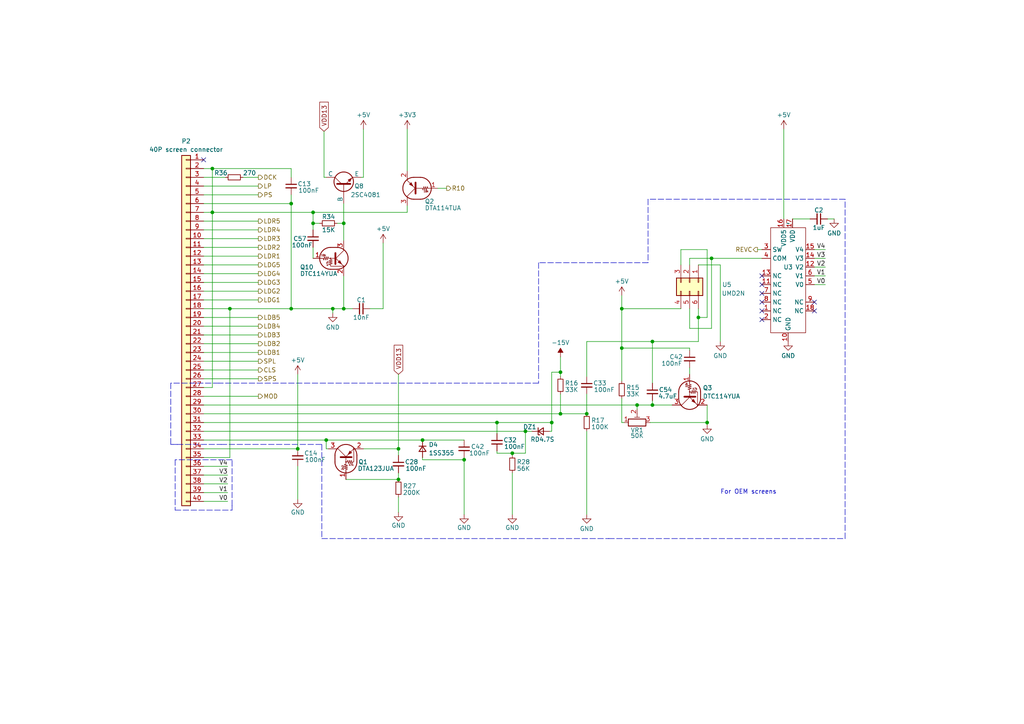
<source format=kicad_sch>
(kicad_sch (version 20230121) (generator eeschema)
  (paper "A4")
  (lib_symbols
    (symbol "AGB:AGB_Reg"
      (property "Reference" "U" (at 0 1.27 0))
      (symbol "AGB_Reg_0_0"
        (pin unspecified line (at 7.62 -24.13 180) (length 2.54) (name "NC") (number "1"))
        (pin unspecified line (at 0 -33.02 90) (length 2.54) (name "GND") (number "10"))
        (pin unspecified line (at 7.62 -16.51 180) (length 2.54) (name "NC") (number "11"))
        (pin unspecified line (at -7.62 -11.43 0) (length 2.54) (name "V2") (number "12"))
        (pin unspecified line (at 7.62 -13.97 180) (length 2.54) (name "NC") (number "13"))
        (pin unspecified line (at -7.62 -8.89 0) (length 2.54) (name "V3") (number "14"))
        (pin unspecified line (at -7.62 -6.35 0) (length 2.54) (name "V4") (number "15"))
        (pin unspecified line (at 1.27 2.54 270) (length 2.54) (name "VDD5") (number "16"))
        (pin unspecified line (at -7.62 -24.13 0) (length 2.54) (name "NC") (number "18"))
        (pin unspecified line (at 7.62 -26.67 180) (length 2.54) (name "NC") (number "2"))
        (pin unspecified line (at -7.62 -16.51 0) (length 2.54) (name "V0") (number "5"))
        (pin unspecified line (at -7.62 -13.97 0) (length 2.54) (name "V1") (number "6"))
        (pin unspecified line (at 7.62 -19.05 180) (length 2.54) (name "NC") (number "7"))
        (pin unspecified line (at 7.62 -21.59 180) (length 2.54) (name "NC") (number "8"))
        (pin unspecified line (at -7.62 -21.59 0) (length 2.54) (name "NC") (number "9"))
      )
      (symbol "AGB_Reg_0_1"
        (rectangle (start -5.08 0) (end 5.08 -30.48))
      )
      (symbol "AGB_Reg_1_0"
        (pin unspecified line (at -1.27 2.54 270) (length 2.54) (name "VDD") (number "17"))
        (pin unspecified line (at 7.62 -6.35 180) (length 2.54) (name "SW") (number "3"))
        (pin unspecified line (at 7.62 -8.89 180) (length 2.54) (name "COM") (number "4"))
      )
    )
    (symbol "Connector_Generic:Conn_01x40" (pin_names (offset 1.016) hide)
      (property "Reference" "J" (at 0 50.8 0))
      (property "Value" "Conn_01x40" (at 0 -53.34 0))
      (symbol "Conn_01x40_1_1"
        (rectangle (start -1.27 -50.673) (end 0 -50.927) (stroke (width 0.1524)))
        (rectangle (start -1.27 -48.133) (end 0 -48.387) (stroke (width 0.1524)))
        (rectangle (start -1.27 -45.593) (end 0 -45.847) (stroke (width 0.1524)))
        (rectangle (start -1.27 -43.053) (end 0 -43.307) (stroke (width 0.1524)))
        (rectangle (start -1.27 -40.513) (end 0 -40.767) (stroke (width 0.1524)))
        (rectangle (start -1.27 -37.973) (end 0 -38.227) (stroke (width 0.1524)))
        (rectangle (start -1.27 -35.433) (end 0 -35.687) (stroke (width 0.1524)))
        (rectangle (start -1.27 -32.893) (end 0 -33.147) (stroke (width 0.1524)))
        (rectangle (start -1.27 -30.353) (end 0 -30.607) (stroke (width 0.1524)))
        (rectangle (start -1.27 -27.813) (end 0 -28.067) (stroke (width 0.1524)))
        (rectangle (start -1.27 -25.273) (end 0 -25.527) (stroke (width 0.1524)))
        (rectangle (start -1.27 -22.733) (end 0 -22.987) (stroke (width 0.1524)))
        (rectangle (start -1.27 -20.193) (end 0 -20.447) (stroke (width 0.1524)))
        (rectangle (start -1.27 -17.653) (end 0 -17.907) (stroke (width 0.1524)))
        (rectangle (start -1.27 -15.113) (end 0 -15.367) (stroke (width 0.1524)))
        (rectangle (start -1.27 -12.573) (end 0 -12.827) (stroke (width 0.1524)))
        (rectangle (start -1.27 -10.033) (end 0 -10.287) (stroke (width 0.1524)))
        (rectangle (start -1.27 -7.493) (end 0 -7.747) (stroke (width 0.1524)))
        (rectangle (start -1.27 -4.953) (end 0 -5.207) (stroke (width 0.1524)))
        (rectangle (start -1.27 -2.413) (end 0 -2.667) (stroke (width 0.1524)))
        (rectangle (start -1.27 0.127) (end 0 -0.127) (stroke (width 0.1524)))
        (rectangle (start -1.27 2.667) (end 0 2.413) (stroke (width 0.1524)))
        (rectangle (start -1.27 5.207) (end 0 4.953) (stroke (width 0.1524)))
        (rectangle (start -1.27 7.747) (end 0 7.493) (stroke (width 0.1524)))
        (rectangle (start -1.27 10.287) (end 0 10.033) (stroke (width 0.1524)))
        (rectangle (start -1.27 12.827) (end 0 12.573) (stroke (width 0.1524)))
        (rectangle (start -1.27 15.367) (end 0 15.113) (stroke (width 0.1524)))
        (rectangle (start -1.27 17.907) (end 0 17.653) (stroke (width 0.1524)))
        (rectangle (start -1.27 20.447) (end 0 20.193) (stroke (width 0.1524)))
        (rectangle (start -1.27 22.987) (end 0 22.733) (stroke (width 0.1524)))
        (rectangle (start -1.27 25.527) (end 0 25.273) (stroke (width 0.1524)))
        (rectangle (start -1.27 28.067) (end 0 27.813) (stroke (width 0.1524)))
        (rectangle (start -1.27 30.607) (end 0 30.353) (stroke (width 0.1524)))
        (rectangle (start -1.27 33.147) (end 0 32.893) (stroke (width 0.1524)))
        (rectangle (start -1.27 35.687) (end 0 35.433) (stroke (width 0.1524)))
        (rectangle (start -1.27 38.227) (end 0 37.973) (stroke (width 0.1524)))
        (rectangle (start -1.27 40.767) (end 0 40.513) (stroke (width 0.1524)))
        (rectangle (start -1.27 43.307) (end 0 43.053) (stroke (width 0.1524)))
        (rectangle (start -1.27 45.847) (end 0 45.593) (stroke (width 0.1524)))
        (rectangle (start -1.27 48.387) (end 0 48.133) (stroke (width 0.1524)))
        (rectangle (start -1.27 49.53) (end 1.27 -52.07) (stroke (width 0.254)) (fill (type background)))
        (pin passive line (at -5.08 48.26 0) (length 3.81) (name "Pin_1") (number "1"))
        (pin passive line (at -5.08 25.4 0) (length 3.81) (name "Pin_10") (number "10"))
        (pin passive line (at -5.08 22.86 0) (length 3.81) (name "Pin_11") (number "11"))
        (pin passive line (at -5.08 20.32 0) (length 3.81) (name "Pin_12") (number "12"))
        (pin passive line (at -5.08 17.78 0) (length 3.81) (name "Pin_13") (number "13"))
        (pin passive line (at -5.08 15.24 0) (length 3.81) (name "Pin_14") (number "14"))
        (pin passive line (at -5.08 12.7 0) (length 3.81) (name "Pin_15") (number "15"))
        (pin passive line (at -5.08 10.16 0) (length 3.81) (name "Pin_16") (number "16"))
        (pin passive line (at -5.08 7.62 0) (length 3.81) (name "Pin_17") (number "17"))
        (pin passive line (at -5.08 5.08 0) (length 3.81) (name "Pin_18") (number "18"))
        (pin passive line (at -5.08 2.54 0) (length 3.81) (name "Pin_19") (number "19"))
        (pin passive line (at -5.08 45.72 0) (length 3.81) (name "Pin_2") (number "2"))
        (pin passive line (at -5.08 0 0) (length 3.81) (name "Pin_20") (number "20"))
        (pin passive line (at -5.08 -2.54 0) (length 3.81) (name "Pin_21") (number "21"))
        (pin passive line (at -5.08 -5.08 0) (length 3.81) (name "Pin_22") (number "22"))
        (pin passive line (at -5.08 -7.62 0) (length 3.81) (name "Pin_23") (number "23"))
        (pin passive line (at -5.08 -10.16 0) (length 3.81) (name "Pin_24") (number "24"))
        (pin passive line (at -5.08 -12.7 0) (length 3.81) (name "Pin_25") (number "25"))
        (pin passive line (at -5.08 -15.24 0) (length 3.81) (name "Pin_26") (number "26"))
        (pin passive line (at -5.08 -17.78 0) (length 3.81) (name "Pin_27") (number "27"))
        (pin passive line (at -5.08 -20.32 0) (length 3.81) (name "Pin_28") (number "28"))
        (pin passive line (at -5.08 -22.86 0) (length 3.81) (name "Pin_29") (number "29"))
        (pin passive line (at -5.08 43.18 0) (length 3.81) (name "Pin_3") (number "3"))
        (pin passive line (at -5.08 -25.4 0) (length 3.81) (name "Pin_30") (number "30"))
        (pin passive line (at -5.08 -27.94 0) (length 3.81) (name "Pin_31") (number "31"))
        (pin passive line (at -5.08 -30.48 0) (length 3.81) (name "Pin_32") (number "32"))
        (pin passive line (at -5.08 -33.02 0) (length 3.81) (name "Pin_33") (number "33"))
        (pin passive line (at -5.08 -35.56 0) (length 3.81) (name "Pin_34") (number "34"))
        (pin passive line (at -5.08 -38.1 0) (length 3.81) (name "Pin_35") (number "35"))
        (pin passive line (at -5.08 -40.64 0) (length 3.81) (name "Pin_36") (number "36"))
        (pin passive line (at -5.08 -43.18 0) (length 3.81) (name "Pin_37") (number "37"))
        (pin passive line (at -5.08 -45.72 0) (length 3.81) (name "Pin_38") (number "38"))
        (pin passive line (at -5.08 -48.26 0) (length 3.81) (name "Pin_39") (number "39"))
        (pin passive line (at -5.08 40.64 0) (length 3.81) (name "Pin_4") (number "4"))
        (pin passive line (at -5.08 -50.8 0) (length 3.81) (name "Pin_40") (number "40"))
        (pin passive line (at -5.08 38.1 0) (length 3.81) (name "Pin_5") (number "5"))
        (pin passive line (at -5.08 35.56 0) (length 3.81) (name "Pin_6") (number "6"))
        (pin passive line (at -5.08 33.02 0) (length 3.81) (name "Pin_7") (number "7"))
        (pin passive line (at -5.08 30.48 0) (length 3.81) (name "Pin_8") (number "8"))
        (pin passive line (at -5.08 27.94 0) (length 3.81) (name "Pin_9") (number "9"))
      )
    )
    (symbol "Connector_Generic:Conn_02x03_Counter_Clockwise" (pin_names (offset 1.016) hide)
      (property "Reference" "J" (at 1.27 5.08 0))
      (property "Value" "Conn_02x03_Counter_Clockwise" (at 1.27 -5.08 0))
      (symbol "Conn_02x03_Counter_Clockwise_1_1"
        (rectangle (start -1.27 -2.413) (end 0 -2.667) (stroke (width 0.1524)))
        (rectangle (start -1.27 0.127) (end 0 -0.127) (stroke (width 0.1524)))
        (rectangle (start -1.27 2.667) (end 0 2.413) (stroke (width 0.1524)))
        (rectangle (start -1.27 3.81) (end 3.81 -3.81) (stroke (width 0.254)) (fill (type background)))
        (rectangle (start 3.81 -2.413) (end 2.54 -2.667) (stroke (width 0.1524)))
        (rectangle (start 3.81 0.127) (end 2.54 -0.127) (stroke (width 0.1524)))
        (rectangle (start 3.81 2.667) (end 2.54 2.413) (stroke (width 0.1524)))
        (pin passive line (at -5.08 2.54 0) (length 3.81) (name "Pin_1") (number "1"))
        (pin passive line (at -5.08 0 0) (length 3.81) (name "Pin_2") (number "2"))
        (pin passive line (at -5.08 -2.54 0) (length 3.81) (name "Pin_3") (number "3"))
        (pin passive line (at 7.62 -2.54 180) (length 3.81) (name "Pin_4") (number "4"))
        (pin passive line (at 7.62 0 180) (length 3.81) (name "Pin_5") (number "5"))
        (pin passive line (at 7.62 2.54 180) (length 3.81) (name "Pin_6") (number "6"))
      )
    )
    (symbol "Device:C_Small" (pin_numbers hide) (pin_names (offset 0.254) hide)
      (property "Reference" "C" (at 0.254 1.778 0))
      (property "Value" "C_Small" (at 0.254 -2.032 0))
      (symbol "C_Small_0_1"
        (polyline (pts (xy -1.524 -0.508) (xy 1.524 -0.508)) (stroke (width 0.3302)))
        (polyline (pts (xy -1.524 0.508) (xy 1.524 0.508)) (stroke (width 0.3048)))
      )
      (symbol "C_Small_1_1"
        (pin passive line (at 0 2.54 270) (length 2.032) (name "~") (number "1"))
        (pin passive line (at 0 -2.54 90) (length 2.032) (name "~") (number "2"))
      )
    )
    (symbol "Device:D_Small" (pin_numbers hide) (pin_names (offset 0.254) hide)
      (property "Reference" "D" (at -1.27 2.032 0))
      (property "Value" "D_Small" (at -3.81 -2.032 0))
      (symbol "D_Small_0_1"
        (polyline (pts (xy -0.762 -1.016) (xy -0.762 1.016)) (stroke (width 0.254)))
        (polyline (pts (xy -0.762 0) (xy 0.762 0)))
        (polyline (pts (xy 0.762 -1.016) (xy -0.762 0) (xy 0.762 1.016) (xy 0.762 -1.016)) (stroke (width 0.254)))
      )
      (symbol "D_Small_1_1"
        (pin passive line (at -2.54 0 0) (length 1.778) (name "K") (number "1"))
        (pin passive line (at 2.54 0 180) (length 1.778) (name "A") (number "2"))
      )
    )
    (symbol "Device:D_Zener_Small" (pin_numbers hide) (pin_names (offset 0.254) hide)
      (property "Reference" "D" (at 0 2.286 0))
      (property "Value" "D_Zener_Small" (at 0 -2.286 0))
      (symbol "D_Zener_Small_0_1"
        (polyline (pts (xy 0.762 0) (xy -0.762 0)))
        (polyline (pts (xy -0.254 1.016) (xy -0.762 1.016) (xy -0.762 -1.016)) (stroke (width 0.254)))
        (polyline (pts (xy 0.762 1.016) (xy -0.762 0) (xy 0.762 -1.016) (xy 0.762 1.016)) (stroke (width 0.254)))
      )
      (symbol "D_Zener_Small_1_1"
        (pin passive line (at -2.54 0 0) (length 1.778) (name "K") (number "1"))
        (pin passive line (at 2.54 0 180) (length 1.778) (name "A") (number "2"))
      )
    )
    (symbol "Device:R_Potentiometer_Trim" (pin_names (offset 1.016) hide)
      (property "Reference" "RV" (at -4.445 0 90))
      (property "Value" "R_Potentiometer_Trim" (at -2.54 0 90))
      (symbol "R_Potentiometer_Trim_0_1"
        (polyline (pts (xy 1.524 0.762) (xy 1.524 -0.762)))
        (polyline (pts (xy 2.54 0) (xy 1.524 0)))
        (rectangle (start 1.016 2.54) (end -1.016 -2.54) (stroke (width 0.254)))
      )
      (symbol "R_Potentiometer_Trim_1_1"
        (pin passive line (at 0 3.81 270) (length 1.27) (name "1") (number "1"))
        (pin passive line (at 3.81 0 180) (length 1.27) (name "2") (number "2"))
        (pin passive line (at 0 -3.81 90) (length 1.27) (name "3") (number "3"))
      )
    )
    (symbol "Device:R_Small" (pin_numbers hide) (pin_names (offset 0.254) hide)
      (property "Reference" "R" (at 0.762 0.508 0))
      (property "Value" "R_Small" (at 0.762 -1.016 0))
      (symbol "R_Small_0_1"
        (rectangle (start -0.762 1.778) (end 0.762 -1.778) (stroke (width 0.2032)))
      )
      (symbol "R_Small_1_1"
        (pin passive line (at 0 2.54 270) (length 0.762) (name "~") (number "1"))
        (pin passive line (at 0 -2.54 90) (length 0.762) (name "~") (number "2"))
      )
    )
    (symbol "Simulation_SPICE:NPN" (pin_numbers hide) (pin_names (offset 0))
      (property "Reference" "Q" (at -2.54 7.62 0))
      (property "Value" "NPN" (at -2.54 5.08 0))
      (symbol "NPN_0_1"
        (polyline (pts (xy -2.54 0) (xy 0.635 0)) (stroke (width 0.1524)))
        (polyline (pts (xy 0.635 0.635) (xy 2.54 2.54)))
        (polyline (pts (xy 2.794 -1.27) (xy 2.794 -1.27)) (stroke (width 0.1524)))
        (polyline (pts (xy 2.794 -1.27) (xy 2.794 -1.27)) (stroke (width 0.1524)))
        (polyline (pts (xy 0.635 -0.635) (xy 2.54 -2.54) (xy 2.54 -2.54)))
        (polyline (pts (xy 0.635 1.905) (xy 0.635 -1.905) (xy 0.635 -1.905)) (stroke (width 0.508)))
        (polyline (pts (xy 1.27 -1.778) (xy 1.778 -1.27) (xy 2.286 -2.286) (xy 1.27 -1.778) (xy 1.27 -1.778)) (fill (type outline)))
        (circle (center 1.27 0) (radius 2.8194) (stroke (width 0.254)))
      )
      (symbol "NPN_1_1"
        (pin open_collector line (at 2.54 5.08 270) (length 2.54) (name "C") (number "1"))
        (pin input line (at -5.08 0 0) (length 2.54) (name "B") (number "2"))
        (pin open_emitter line (at 2.54 -5.08 90) (length 2.54) (name "E") (number "3"))
      )
    )
    (symbol "Transistor_BJT:DTA114T" (pin_names (offset 0) hide)
      (property "Reference" "Q" (at 5.08 1.905 0))
      (property "Value" "DTA114T" (at 5.08 0 0))
      (symbol "DTA114T_0_0"
        (polyline (pts (xy 2.54 -2.286) (xy 2.54 -2.54)))
        (text "10k" (at -2.921 0.889 0) (effects (font (size 0.508 0.508))))
      )
      (symbol "DTA114T_0_1"
        (arc (start -1.27 3.175) (mid -4.4312 0) (end -1.27 -3.175) (stroke (width 0.254)))
        (polyline (pts (xy -3.429 0) (xy -3.81 0)))
        (polyline (pts (xy -1.27 -3.175) (xy 0.635 -3.175)) (stroke (width 0.254)))
        (polyline (pts (xy -1.27 3.175) (xy 0.635 3.175)) (stroke (width 0.254)))
        (polyline (pts (xy 0 -0.254) (xy 2.54 2.286)))
        (polyline (pts (xy 0.127 1.524) (xy 0.127 -1.651)) (stroke (width 0.508)) (fill (type outline)))
        (polyline (pts (xy 2.54 2.286) (xy 2.54 2.54)))
        (polyline (pts (xy 2.54 -2.286) (xy 0 0.254) (xy 0 0.254)))
        (polyline (pts (xy 1.397 -1.651) (xy 1.905 -1.143) (xy 0.889 -0.635) (xy 1.397 -1.651)) (fill (type outline)))
        (polyline (pts (xy 0 0) (xy -1.905 0) (xy -2.032 0.508) (xy -2.286 -0.508) (xy -2.54 0.508) (xy -2.794 -0.508) (xy -3.048 0.508) (xy -3.302 -0.508) (xy -3.429 0)))
        (arc (start 0.635 -3.175) (mid 3.7962 0) (end 0.635 3.175) (stroke (width 0.254)))
      )
      (symbol "DTA114T_1_1"
        (pin input line (at -6.35 0 0) (length 2.54) (name "B") (number "1"))
        (pin passive line (at 2.54 -5.08 90) (length 2.54) (name "E") (number "2"))
        (pin passive line (at 2.54 5.08 270) (length 2.54) (name "C") (number "3"))
      )
    )
    (symbol "Transistor_BJT:DTA123J" (pin_names (offset 0) hide)
      (property "Reference" "Q" (at 5.08 1.905 0))
      (property "Value" "DTA123J" (at 5.08 0 0))
      (symbol "DTA123J_0_0"
        (text "2k2" (at -2.921 0.889 0) (effects (font (size 0.508 0.508))))
        (text "47k" (at -2.159 -1.524 900) (effects (font (size 0.508 0.508))))
      )
      (symbol "DTA123J_0_1"
        (circle (center -1.27 0) (radius 0.127))
        (arc (start -1.27 3.175) (mid -4.4312 0) (end -1.27 -3.175) (stroke (width 0.254)))
        (polyline (pts (xy -3.429 0) (xy -3.81 0)))
        (polyline (pts (xy -1.27 -3.175) (xy 0.635 -3.175)) (stroke (width 0.254)))
        (polyline (pts (xy -1.27 3.175) (xy 0.635 3.175)) (stroke (width 0.254)))
        (polyline (pts (xy 0 -0.254) (xy 2.54 2.286)))
        (polyline (pts (xy 0.127 1.524) (xy 0.127 -1.651)) (stroke (width 0.508)) (fill (type outline)))
        (polyline (pts (xy 2.54 2.286) (xy 2.54 2.54)))
        (polyline (pts (xy 2.54 -2.286) (xy 0 0.254) (xy 0 0.254)))
        (polyline (pts (xy 1.397 -1.651) (xy 1.905 -1.143) (xy 0.889 -0.635) (xy 1.397 -1.651)) (fill (type outline)))
        (polyline (pts (xy 0 0) (xy -1.905 0) (xy -2.032 0.508) (xy -2.286 -0.508) (xy -2.54 0.508) (xy -2.794 -0.508) (xy -3.048 0.508) (xy -3.302 -0.508) (xy -3.429 0)))
        (polyline (pts (xy -1.27 0) (xy -1.27 -0.381) (xy -0.762 -0.508) (xy -1.778 -0.762) (xy -0.762 -1.016) (xy -1.778 -1.27) (xy -0.762 -1.524) (xy -1.778 -1.778) (xy -1.27 -1.905) (xy -1.27 -2.286) (xy 2.54 -2.286)))
        (arc (start 0.635 -3.175) (mid 3.7962 0) (end 0.635 3.175) (stroke (width 0.254)))
        (circle (center 2.54 -2.286) (radius 0.127))
      )
      (symbol "DTA123J_1_1"
        (pin input line (at -6.35 0 0) (length 2.54) (name "B") (number "1"))
        (pin passive line (at 2.54 -5.08 90) (length 2.54) (name "E") (number "2"))
        (pin passive line (at 2.54 5.08 270) (length 2.54) (name "C") (number "3"))
      )
    )
    (symbol "Transistor_BJT:DTC114Y" (pin_names (offset 0) hide)
      (property "Reference" "Q" (at 5.08 1.905 0))
      (property "Value" "DTC114Y" (at 5.08 0 0))
      (symbol "DTC114Y_0_0"
        (text "10k" (at -3.302 0.889 0) (effects (font (size 0.508 0.508))))
        (text "47k" (at -2.159 -1.524 900) (effects (font (size 0.508 0.508))))
      )
      (symbol "DTC114Y_0_1"
        (circle (center -1.27 0) (radius 0.127))
        (arc (start -1.27 3.175) (mid -4.4312 0) (end -1.27 -3.175) (stroke (width 0.254)))
        (polyline (pts (xy -3.429 0) (xy -3.81 0)))
        (polyline (pts (xy -1.27 -3.175) (xy 0.635 -3.175)) (stroke (width 0.254)))
        (polyline (pts (xy -1.27 3.175) (xy 0.635 3.175)) (stroke (width 0.254)))
        (polyline (pts (xy 0 -0.254) (xy 2.54 2.286)))
        (polyline (pts (xy 0.127 1.524) (xy 0.127 -1.651)) (stroke (width 0.508)) (fill (type outline)))
        (polyline (pts (xy 2.54 2.286) (xy 2.54 2.54)))
        (polyline (pts (xy 2.54 -2.286) (xy 0 0.254) (xy 0 0.254)))
        (polyline (pts (xy 0.889 -1.143) (xy 1.397 -0.635) (xy 1.905 -1.651) (xy 0.889 -1.143)) (fill (type outline)))
        (polyline (pts (xy 0 0) (xy -1.905 0) (xy -2.032 0.508) (xy -2.286 -0.508) (xy -2.54 0.508) (xy -2.794 -0.508) (xy -3.048 0.508) (xy -3.302 -0.508) (xy -3.429 0)))
        (polyline (pts (xy -1.27 0) (xy -1.27 -0.381) (xy -0.762 -0.508) (xy -1.778 -0.762) (xy -0.762 -1.016) (xy -1.778 -1.27) (xy -0.762 -1.524) (xy -1.778 -1.778) (xy -1.27 -1.905) (xy -1.27 -2.286) (xy 2.54 -2.286)))
        (arc (start 0.635 -3.175) (mid 3.7962 0) (end 0.635 3.175) (stroke (width 0.254)))
        (circle (center 2.54 -2.286) (radius 0.127))
      )
      (symbol "DTC114Y_1_1"
        (pin input line (at -6.35 0 0) (length 2.54) (name "B") (number "1"))
        (pin passive line (at 2.54 -5.08 90) (length 2.54) (name "E") (number "2"))
        (pin passive line (at 2.54 5.08 270) (length 2.54) (name "C") (number "3"))
      )
    )
    (symbol "power:+3V3" (power) (pin_names (offset 0))
      (property "Value" "+3V3" (at 0 3.556 0))
      (symbol "+3V3_0_1"
        (polyline (pts (xy -0.762 1.27) (xy 0 2.54)))
        (polyline (pts (xy 0 0) (xy 0 2.54)))
        (polyline (pts (xy 0 2.54) (xy 0.762 1.27)))
      )
      (symbol "+3V3_1_1"
        (pin power_in line (at 0 0 90) (length 0) hide (name "+3V3") (number "1"))
      )
    )
    (symbol "power:+5V" (power) (pin_names (offset 0))
      (property "Value" "+5V" (at 0 3.556 0))
      (symbol "+5V_0_1"
        (polyline (pts (xy -0.762 1.27) (xy 0 2.54)))
        (polyline (pts (xy 0 0) (xy 0 2.54)))
        (polyline (pts (xy 0 2.54) (xy 0.762 1.27)))
      )
      (symbol "+5V_1_1"
        (pin power_in line (at 0 0 90) (length 0) hide (name "+5V") (number "1"))
      )
    )
    (symbol "power:-15V" (power) (pin_names (offset 0))
      (property "Value" "-15V" (at 0 3.81 0))
      (symbol "-15V_0_0"
        (pin power_in line (at 0 0 90) (length 0) hide (name "-15V") (number "1"))
      )
      (symbol "-15V_0_1"
        (polyline (pts (xy 0 0) (xy 0 1.27) (xy 0.762 1.27) (xy 0 2.54) (xy -0.762 1.27) (xy 0 1.27)) (fill (type outline)))
      )
    )
    (symbol "power:GND" (power) (pin_names (offset 0))
      (property "Value" "GND" (at 0 -3.81 0))
      (symbol "GND_0_1"
        (polyline (pts (xy 0 0) (xy 0 -1.27) (xy 1.27 -1.27) (xy 0 -2.54) (xy -1.27 -1.27) (xy 0 -1.27)))
      )
      (symbol "GND_1_1"
        (pin power_in line (at 0 0 270) (length 0) hide (name "GND") (number "1"))
      )
    )
  )
  (junction (at 115.57 139.065))
  (junction (at 61.595 61.595))
  (junction (at 202.565 92.075))
  (junction (at 86.36 130.175))
  (junction (at 205.105 122.555))
  (junction (at 122.555 127.635))
  (junction (at 148.59 131.445))
  (junction (at 160.02 122.555))
  (junction (at 180.34 100.965))
  (junction (at 66.675 89.535))
  (junction (at 90.805 64.77))
  (junction (at 184.785 117.475))
  (junction (at 96.52 89.535))
  (junction (at 180.34 89.535))
  (junction (at 84.455 59.055))
  (junction (at 144.145 122.555))
  (junction (at 90.805 61.595))
  (junction (at 134.62 133.35))
  (junction (at 206.375 74.93))
  (junction (at 115.57 130.175))
  (junction (at 189.23 117.475))
  (junction (at 162.56 120.015))
  (junction (at 162.56 107.95))
  (junction (at 84.455 89.535))
  (junction (at 99.695 89.535))
  (junction (at 61.595 48.895))
  (junction (at 99.695 64.77))
  (junction (at 189.23 99.06))
  (junction (at 152.4 125.095))
  (junction (at 170.18 120.015))
  (junction (at 94.615 127.635))
  (no_connect (at 220.98 80.01))
  (no_connect (at 236.22 90.17))
  (no_connect (at 236.22 87.63))
  (no_connect (at 220.98 82.55))
  (no_connect (at 220.98 90.17))
  (no_connect (at 220.98 92.71))
  (no_connect (at 220.98 85.09))
  (no_connect (at 59.055 46.355))
  (no_connect (at 220.98 87.63))
  (polyline (pts (xy 176.53 156.21) (xy 245.11 156.21)) (stroke (width 0) (type dash)))
  (wire (pts (xy 66.04 137.795) (xy 59.055 137.795)))
  (wire (pts (xy 118.11 59.69) (xy 118.11 61.595)))
  (wire (pts (xy 162.56 103.505) (xy 162.56 107.95)))
  (wire (pts (xy 59.055 130.175) (xy 86.36 130.175)))
  (wire (pts (xy 189.23 99.06) (xy 202.565 99.06)))
  (wire (pts (xy 74.93 102.235) (xy 59.055 102.235)))
  (wire (pts (xy 160.02 122.555) (xy 144.145 122.555)))
  (wire (pts (xy 200.025 101.6) (xy 200.025 100.965)))
  (polyline (pts (xy 187.96 57.785) (xy 187.96 76.2)) (stroke (width 0) (type dash)))
  (wire (pts (xy 74.93 84.455) (xy 59.055 84.455)))
  (wire (pts (xy 148.59 131.445) (xy 152.4 131.445)))
  (wire (pts (xy 148.59 131.445) (xy 144.145 131.445)))
  (wire (pts (xy 74.93 104.775) (xy 59.055 104.775)))
  (wire (pts (xy 134.62 132.715) (xy 134.62 133.35)))
  (wire (pts (xy 74.93 64.135) (xy 59.055 64.135)))
  (wire (pts (xy 239.395 72.39) (xy 236.22 72.39)))
  (wire (pts (xy 74.93 79.375) (xy 59.055 79.375)))
  (wire (pts (xy 189.23 117.475) (xy 194.945 117.475)))
  (wire (pts (xy 197.485 76.835) (xy 197.485 72.39)))
  (wire (pts (xy 59.055 48.895) (xy 61.595 48.895)))
  (wire (pts (xy 241.935 63.5) (xy 240.03 63.5)))
  (wire (pts (xy 184.785 118.745) (xy 184.785 117.475)))
  (polyline (pts (xy 50.8 133.35) (xy 50.8 147.955)) (stroke (width 0) (type dash)))
  (wire (pts (xy 59.055 120.015) (xy 162.56 120.015)))
  (wire (pts (xy 160.02 125.095) (xy 160.02 122.555)))
  (wire (pts (xy 205.105 72.39) (xy 205.105 92.075)))
  (wire (pts (xy 200.025 76.835) (xy 200.025 74.93)))
  (polyline (pts (xy 93.345 128.905) (xy 93.345 156.21)) (stroke (width 0) (type dash)))
  (wire (pts (xy 118.11 37.465) (xy 118.11 49.53)))
  (wire (pts (xy 102.235 89.535) (xy 99.695 89.535)))
  (wire (pts (xy 160.02 125.095) (xy 159.385 125.095)))
  (polyline (pts (xy 187.96 76.2) (xy 156.21 76.2)) (stroke (width 0) (type dash)))
  (wire (pts (xy 70.485 51.435) (xy 74.93 51.435)))
  (wire (pts (xy 170.18 114.3) (xy 170.18 120.015)))
  (wire (pts (xy 122.555 132.715) (xy 122.555 133.35)))
  (wire (pts (xy 99.695 89.535) (xy 96.52 89.535)))
  (wire (pts (xy 94.615 127.635) (xy 122.555 127.635)))
  (wire (pts (xy 59.055 89.535) (xy 66.675 89.535)))
  (polyline (pts (xy 93.345 156.21) (xy 176.53 156.21)) (stroke (width 0) (type dash)))
  (wire (pts (xy 200.025 89.535) (xy 200.025 95.25)))
  (wire (pts (xy 134.62 133.35) (xy 134.62 149.225)))
  (wire (pts (xy 66.04 135.255) (xy 59.055 135.255)))
  (wire (pts (xy 180.34 89.535) (xy 180.34 100.965)))
  (wire (pts (xy 59.055 117.475) (xy 184.785 117.475)))
  (wire (pts (xy 184.785 117.475) (xy 189.23 117.475)))
  (wire (pts (xy 180.34 85.725) (xy 180.34 89.535)))
  (wire (pts (xy 74.93 86.995) (xy 59.055 86.995)))
  (wire (pts (xy 84.455 89.535) (xy 84.455 59.055)))
  (wire (pts (xy 65.405 51.435) (xy 59.055 51.435)))
  (wire (pts (xy 96.52 89.535) (xy 84.455 89.535)))
  (wire (pts (xy 219.71 72.39) (xy 220.98 72.39)))
  (polyline (pts (xy 49.53 128.905) (xy 50.165 128.905)) (stroke (width 0) (type dash)))
  (wire (pts (xy 74.93 74.295) (xy 59.055 74.295)))
  (wire (pts (xy 92.71 64.77) (xy 90.805 64.77)))
  (wire (pts (xy 74.93 56.515) (xy 59.055 56.515)))
  (wire (pts (xy 154.305 125.095) (xy 152.4 125.095)))
  (wire (pts (xy 202.565 92.075) (xy 202.565 99.06)))
  (wire (pts (xy 122.555 127.635) (xy 134.62 127.635)))
  (wire (pts (xy 197.485 72.39) (xy 205.105 72.39)))
  (wire (pts (xy 90.805 74.93) (xy 90.805 71.755)))
  (wire (pts (xy 74.93 66.675) (xy 59.055 66.675)))
  (wire (pts (xy 188.595 122.555) (xy 205.105 122.555)))
  (wire (pts (xy 205.105 92.075) (xy 202.565 92.075)))
  (wire (pts (xy 180.34 100.965) (xy 180.34 110.49)))
  (polyline (pts (xy 67.31 146.685) (xy 67.31 133.35)) (stroke (width 0) (type dash)))
  (wire (pts (xy 115.57 137.16) (xy 115.57 139.065)))
  (wire (pts (xy 160.02 107.95) (xy 162.56 107.95)))
  (wire (pts (xy 148.59 132.08) (xy 148.59 131.445)))
  (wire (pts (xy 239.395 77.47) (xy 236.22 77.47)))
  (wire (pts (xy 97.79 64.77) (xy 99.695 64.77)))
  (wire (pts (xy 180.34 89.535) (xy 197.485 89.535)))
  (polyline (pts (xy 156.21 111.125) (xy 63.5 111.125)) (stroke (width 0) (type dash)))
  (wire (pts (xy 74.93 81.915) (xy 59.055 81.915)))
  (wire (pts (xy 202.565 89.535) (xy 202.565 92.075)))
  (wire (pts (xy 107.315 89.535) (xy 111.125 89.535)))
  (wire (pts (xy 61.595 112.395) (xy 59.055 112.395)))
  (wire (pts (xy 94.615 127.635) (xy 94.615 130.175)))
  (wire (pts (xy 180.34 115.57) (xy 180.34 122.555)))
  (polyline (pts (xy 67.31 133.35) (xy 50.8 133.35)) (stroke (width 0) (type dash)))
  (polyline (pts (xy 245.11 57.785) (xy 187.96 57.785)) (stroke (width 0) (type dash)))
  (wire (pts (xy 59.055 122.555) (xy 144.145 122.555)))
  (wire (pts (xy 205.105 117.475) (xy 205.105 122.555)))
  (wire (pts (xy 227.33 37.465) (xy 227.33 63.5)))
  (wire (pts (xy 90.805 66.675) (xy 90.805 64.77)))
  (polyline (pts (xy 51.435 128.905) (xy 64.135 128.905)) (stroke (width 0) (type dash)))
  (polyline (pts (xy 245.11 156.21) (xy 245.11 57.785)) (stroke (width 0) (type dash)))
  (wire (pts (xy 205.105 122.555) (xy 205.105 123.19)))
  (wire (pts (xy 84.455 59.055) (xy 84.455 56.515)))
  (wire (pts (xy 93.98 38.1) (xy 93.98 51.435)))
  (wire (pts (xy 208.915 76.835) (xy 208.915 99.06)))
  (wire (pts (xy 66.04 142.875) (xy 59.055 142.875)))
  (wire (pts (xy 152.4 131.445) (xy 152.4 125.095)))
  (wire (pts (xy 144.145 131.445) (xy 144.145 130.81)))
  (wire (pts (xy 200.025 100.965) (xy 180.34 100.965)))
  (wire (pts (xy 74.93 69.215) (xy 59.055 69.215)))
  (wire (pts (xy 111.125 70.485) (xy 111.125 89.535)))
  (wire (pts (xy 66.04 145.415) (xy 59.055 145.415)))
  (polyline (pts (xy 50.165 128.905) (xy 51.435 128.905)) (stroke (width 0) (type dash)))
  (wire (pts (xy 160.02 122.555) (xy 160.02 107.95)))
  (wire (pts (xy 86.36 108.585) (xy 86.36 130.175)))
  (wire (pts (xy 59.055 132.715) (xy 66.675 132.715)))
  (polyline (pts (xy 63.5 111.125) (xy 49.53 111.125)) (stroke (width 0) (type dash)))
  (polyline (pts (xy 49.53 111.125) (xy 49.53 128.27)) (stroke (width 0) (type dash)))
  (wire (pts (xy 74.93 76.835) (xy 59.055 76.835)))
  (wire (pts (xy 200.025 106.68) (xy 200.025 108.585)))
  (wire (pts (xy 144.145 122.555) (xy 144.145 125.73)))
  (wire (pts (xy 74.93 71.755) (xy 59.055 71.755)))
  (wire (pts (xy 206.375 74.93) (xy 220.98 74.93)))
  (wire (pts (xy 189.23 99.06) (xy 189.23 111.125)))
  (wire (pts (xy 206.375 95.25) (xy 200.025 95.25)))
  (wire (pts (xy 122.555 133.35) (xy 134.62 133.35)))
  (wire (pts (xy 115.57 130.175) (xy 115.57 108.585)))
  (wire (pts (xy 115.57 130.175) (xy 105.41 130.175)))
  (wire (pts (xy 59.055 127.635) (xy 94.615 127.635)))
  (wire (pts (xy 74.93 114.935) (xy 59.055 114.935)))
  (wire (pts (xy 148.59 137.16) (xy 148.59 149.225)))
  (wire (pts (xy 74.93 99.695) (xy 59.055 99.695)))
  (polyline (pts (xy 156.21 76.2) (xy 156.21 111.125)) (stroke (width 0) (type dash)))
  (wire (pts (xy 61.595 61.595) (xy 90.805 61.595)))
  (wire (pts (xy 99.695 80.01) (xy 99.695 89.535)))
  (wire (pts (xy 66.04 140.335) (xy 59.055 140.335)))
  (wire (pts (xy 66.675 132.715) (xy 66.675 89.535)))
  (wire (pts (xy 105.41 51.435) (xy 104.775 51.435)))
  (wire (pts (xy 99.695 64.77) (xy 99.695 69.85)))
  (wire (pts (xy 105.41 37.465) (xy 105.41 51.435)))
  (wire (pts (xy 239.395 82.55) (xy 236.22 82.55)))
  (wire (pts (xy 99.695 59.055) (xy 99.695 64.77)))
  (wire (pts (xy 180.34 122.555) (xy 180.975 122.555)))
  (wire (pts (xy 74.93 92.075) (xy 59.055 92.075)))
  (wire (pts (xy 239.395 74.93) (xy 236.22 74.93)))
  (wire (pts (xy 61.595 61.595) (xy 61.595 48.895)))
  (wire (pts (xy 170.18 99.06) (xy 189.23 99.06)))
  (wire (pts (xy 61.595 61.595) (xy 61.595 112.395)))
  (wire (pts (xy 206.375 74.93) (xy 206.375 95.25)))
  (wire (pts (xy 234.95 63.5) (xy 229.87 63.5)))
  (wire (pts (xy 96.52 90.805) (xy 96.52 89.535)))
  (wire (pts (xy 66.675 89.535) (xy 84.455 89.535)))
  (wire (pts (xy 84.455 48.895) (xy 84.455 51.435)))
  (polyline (pts (xy 176.53 156.21) (xy 176.53 156.21)) (stroke (width 0) (type dash)))
  (wire (pts (xy 162.56 120.015) (xy 170.18 120.015)))
  (wire (pts (xy 162.56 107.95) (xy 162.56 109.22)))
  (wire (pts (xy 170.18 99.06) (xy 170.18 109.22)))
  (wire (pts (xy 127 54.61) (xy 129.54 54.61)))
  (wire (pts (xy 162.56 114.3) (xy 162.56 120.015)))
  (wire (pts (xy 94.615 130.175) (xy 95.25 130.175)))
  (polyline (pts (xy 67.31 146.685) (xy 67.31 147.955)) (stroke (width 0) (type dash)))
  (wire (pts (xy 90.805 61.595) (xy 90.805 64.77)))
  (wire (pts (xy 59.055 59.055) (xy 84.455 59.055)))
  (wire (pts (xy 59.055 61.595) (xy 61.595 61.595)))
  (wire (pts (xy 61.595 48.895) (xy 84.455 48.895)))
  (wire (pts (xy 202.565 76.835) (xy 208.915 76.835)))
  (wire (pts (xy 115.57 148.59) (xy 115.57 144.145)))
  (wire (pts (xy 200.025 74.93) (xy 206.375 74.93)))
  (polyline (pts (xy 64.135 128.905) (xy 93.345 128.905)) (stroke (width 0) (type dash)))
  (wire (pts (xy 86.36 144.78) (xy 86.36 135.255)))
  (wire (pts (xy 90.805 61.595) (xy 118.11 61.595)))
  (wire (pts (xy 93.98 51.435) (xy 94.615 51.435)))
  (wire (pts (xy 59.055 125.095) (xy 152.4 125.095)))
  (wire (pts (xy 239.395 80.01) (xy 236.22 80.01)))
  (polyline (pts (xy 49.53 128.27) (xy 49.53 128.905)) (stroke (width 0) (type dash)))
  (wire (pts (xy 74.93 107.315) (xy 59.055 107.315)))
  (wire (pts (xy 74.93 109.855) (xy 59.055 109.855)))
  (polyline (pts (xy 50.8 147.955) (xy 67.31 147.955)) (stroke (width 0) (type dash)))
  (wire (pts (xy 115.57 139.065) (xy 100.33 139.065)))
  (wire (pts (xy 74.93 94.615) (xy 59.055 94.615)))
  (wire (pts (xy 115.57 132.08) (xy 115.57 130.175)))
  (wire (pts (xy 170.18 125.095) (xy 170.18 149.225)))
  (wire (pts (xy 74.93 97.155) (xy 59.055 97.155)))
  (wire (pts (xy 189.23 116.205) (xy 189.23 117.475)))
  (wire (pts (xy 74.93 53.975) (xy 59.055 53.975)))
  (text "For OEM screens" (at 208.915 143.51 0) (effects (font (size 1.27 1.27)) (justify left bottom)))
  (label "V4" (at 239.395 72.39 180))
  (label "V0" (at 239.395 82.55 180))
  (label "V2" (at 239.395 77.47 180))
  (label "V2" (at 66.04 140.335 180))
  (label "V4" (at 66.04 135.255 180))
  (label "V1" (at 239.395 80.01 180))
  (label "V0" (at 66.04 145.415 180))
  (label "V1" (at 66.04 142.875 180))
  (label "V3" (at 66.04 137.795 180))
  (label "V3" (at 239.395 74.93 180))
  (global_label "VDD13" (shape input) (at 115.57 108.585 90) (property "Intersheetrefs" "${INTERSHEET_REFS}" (effects hide)))
  (global_label "VDD13" (shape input) (at 93.98 38.1 90) (property "Intersheetrefs" "${INTERSHEET_REFS}" (effects hide)))
  (hierarchical_label "LDR2" (shape output) (at 74.93 71.755 0))
  (hierarchical_label "LDG3" (shape output) (at 74.93 81.915 0))
  (hierarchical_label "LDR5" (shape output) (at 74.93 64.135 0))
  (hierarchical_label "LDG4" (shape output) (at 74.93 79.375 0))
  (hierarchical_label "LDB5" (shape output) (at 74.93 92.075 0))
  (hierarchical_label "LDG1" (shape output) (at 74.93 86.995 0))
  (hierarchical_label "CLS" (shape output) (at 74.93 107.315 0))
  (hierarchical_label "LDB3" (shape output) (at 74.93 97.155 0))
  (hierarchical_label "R10" (shape output) (at 129.54 54.61 0))
  (hierarchical_label "LDR3" (shape output) (at 74.93 69.215 0))
  (hierarchical_label "LDR1" (shape output) (at 74.93 74.295 0))
  (hierarchical_label "LDR4" (shape output) (at 74.93 66.675 0))
  (hierarchical_label "MOD" (shape output) (at 74.93 114.935 0))
  (hierarchical_label "REVC" (shape output) (at 219.71 72.39 180))
  (hierarchical_label "PS" (shape output) (at 74.93 56.515 0))
  (hierarchical_label "SPS" (shape output) (at 74.93 109.855 0))
  (hierarchical_label "SPL" (shape output) (at 74.93 104.775 0))
  (hierarchical_label "LP" (shape output) (at 74.93 53.975 0))
  (hierarchical_label "LDB2" (shape output) (at 74.93 99.695 0))
  (hierarchical_label "LDG2" (shape output) (at 74.93 84.455 0))
  (hierarchical_label "LDB1" (shape output) (at 74.93 102.235 0))
  (hierarchical_label "LDB4" (shape output) (at 74.93 94.615 0))
  (hierarchical_label "LDG5" (shape output) (at 74.93 76.835 0))
  (hierarchical_label "DCK" (shape output) (at 74.93 51.435 0))
  (symbol (lib_id "power:GND") (at 96.52 90.805 0) (unit 1)
    (property "Reference" "#PWR09" (effects hide))
    (property "Value" "GND" (at 96.52 94.9381 0))
  )
  (symbol (lib_id "power:GND") (at 228.6 99.06 0) (unit 1)
    (property "Reference" "#PWR033" (effects hide))
    (property "Value" "GND" (at 228.6 103.1931 0))
  )
  (symbol (lib_id "Device:R_Small") (at 180.34 113.03 0) (unit 1)
    (property "Reference" "R15" (at 181.61 112.395 0) (effects (justify left)))
    (property "Value" "33K" (at 181.61 114.3 0) (effects (justify left)))
    (property "Footprint" "Resistor_SMD:R_0402_1005Metric" (effects hide))
  )
  (symbol (lib_id "Device:R_Small") (at 162.56 111.76 0) (unit 1)
    (property "Reference" "R16" (at 163.83 111.125 0) (effects (justify left)))
    (property "Value" "33K" (at 163.83 113.03 0) (effects (justify left)))
    (property "Footprint" "Resistor_SMD:R_0402_1005Metric" (effects hide))
  )
  (symbol (lib_id "Device:R_Small") (at 95.25 64.77 270) (mirror x) (unit 1)
    (property "Reference" "R34" (at 93.345 62.865 90) (effects (justify left)))
    (property "Value" "15K" (at 93.345 66.675 90) (effects (justify left)))
    (property "Footprint" "Resistor_SMD:R_0402_1005Metric" (effects hide))
  )
  (symbol (lib_id "Device:R_Small") (at 67.945 51.435 90) (unit 1)
    (property "Reference" "R36" (at 66.04 50.165 90) (effects (justify left)))
    (property "Value" "270" (at 74.295 50.165 90) (effects (justify left)))
    (property "Footprint" "Resistor_SMD:R_0402_1005Metric" (effects hide))
  )
  (symbol (lib_id "Device:C_Small") (at 170.18 111.76 0) (mirror y) (unit 1)
    (property "Reference" "C33" (at 173.99 111.125 0))
    (property "Value" "100nF" (at 175.26 113.03 0))
    (property "Footprint" "Capacitor_SMD:C_0805_2012Metric" (effects hide))
  )
  (symbol (lib_id "Device:C_Small") (at 104.775 89.535 270) (unit 1)
    (property "Reference" "C1" (at 104.775 86.995 90))
    (property "Value" "10nF" (at 104.775 92.075 90))
    (property "Footprint" "Capacitor_SMD:C_0402_1005Metric" (effects hide))
  )
  (symbol (lib_id "power:+5V") (at 86.36 108.585 0) (unit 1)
    (property "Reference" "#PWR051" (effects hide))
    (property "Value" "+5V" (at 86.36 104.4519 0))
    (instances (project "gba" (path "" (reference "#PWR051") (unit 1)) (path "" (reference "#PWR066") (unit 1))))
  )
  (symbol (lib_id "Connector_Generic:Conn_01x40") (at 53.975 94.615 0) (mirror y) (unit 1)
    (property "Reference" "P2" (at 53.975 40.9407 0))
    (property "Value" "40P screen connector" (at 53.975 43.3649 0))
    (property "Footprint" "Connector_FFC-FPC:TE_4-1734839-0_1x40-1MP_P0.5mm_Horizontal" (effects hide))
  )
  (symbol (lib_id "power:GND") (at 134.62 149.225 0) (unit 1)
    (property "Reference" "#PWR034" (effects hide))
    (property "Value" "GND" (at 134.62 153.035 0))
  )
  (symbol (lib_id "Device:R_Small") (at 170.18 122.555 0) (mirror x) (unit 1)
    (property "Reference" "R17" (at 171.45 121.92 0) (effects (justify left)))
    (property "Value" "100K" (at 171.45 123.825 0) (effects (justify left)))
    (property "Footprint" "Resistor_SMD:R_0402_1005Metric" (effects hide))
  )
  (symbol (lib_id "Device:C_Small") (at 200.025 104.14 0) (mirror y) (unit 1)
    (property "Reference" "C42" (at 196.1123 103.512 0))
    (property "Value" "100nF" (at 194.8423 105.417 0))
    (property "Footprint" "Capacitor_SMD:C_0603_1608Metric" (effects hide))
  )
  (symbol (lib_id "Simulation_SPICE:NPN") (at 99.695 53.975 90) (unit 1)
    (property "Reference" "Q8" (at 104.14 53.975 90))
    (property "Value" "2SC4081" (at 106.045 56.515 90))
    (property "Footprint" "Package_TO_SOT_SMD:SOT-323_SC-70" (effects hide))
    (property "Sim.Device" "NPN" (effects hide))
    (property "Sim.Type" "GUMMELPOON" (effects hide))
    (property "Sim.Pins" "1=C 2=B 3=E" (effects hide))
  )
  (symbol (lib_id "Device:R_Small") (at 148.59 134.62 0) (mirror x) (unit 1)
    (property "Reference" "R28" (at 149.86 133.985 0) (effects (justify left)))
    (property "Value" "56K" (at 149.86 135.89 0) (effects (justify left)))
    (property "Footprint" "Resistor_SMD:R_0402_1005Metric" (effects hide))
  )
  (symbol (lib_id "power:GND") (at 241.935 63.5 0) (unit 1)
    (property "Reference" "#PWR032" (effects hide))
    (property "Value" "GND" (at 241.935 67.6331 0))
  )
  (symbol (lib_id "Device:C_Small") (at 134.62 130.175 0) (unit 1)
    (property "Reference" "C42" (at 138.5327 129.547 0))
    (property "Value" "100nF" (at 139.065 131.445 0))
    (property "Footprint" "Capacitor_SMD:C_0402_1005Metric" (effects hide))
    (instances (project "gba" (path "" (reference "C42") (unit 1)) (path "" (reference "C58") (unit 1))))
  )
  (symbol (lib_id "power:GND") (at 170.18 149.225 0) (unit 1)
    (property "Reference" "#PWR020" (effects hide))
    (property "Value" "GND" (at 170.18 153.3581 0))
  )
  (symbol (lib_id "Device:C_Small") (at 144.145 128.27 0) (mirror x) (unit 1)
    (property "Reference" "C32" (at 147.955 127.635 0))
    (property "Value" "100nF" (at 149.225 129.54 0))
    (property "Footprint" "Capacitor_SMD:C_0402_1005Metric" (effects hide))
  )
  (symbol (lib_id "Transistor_BJT:DTC114Y") (at 200.025 114.935 90) (mirror x) (unit 1)
    (property "Reference" "Q3" (at 203.835 112.5108 90) (effects (justify right)))
    (property "Value" "DTC114YUA" (at 203.835 114.935 90) (effects (justify right)))
    (property "Footprint" "Package_TO_SOT_SMD:SOT-323_SC-70" (effects hide))
  )
  (symbol (lib_id "Device:D_Zener_Small") (at 156.845 125.095 0) (mirror x) (unit 1)
    (property "Reference" "DZ1" (at 153.67 123.825 0))
    (property "Value" " RD4.7S" (at 156.845 127.4539 0))
    (property "Footprint" "Diode_SMD:D_SOD-323_HandSoldering" (effects hide))
  )
  (symbol (lib_id "Device:C_Small") (at 189.23 113.665 0) (mirror y) (unit 1)
    (property "Reference" "C54" (at 193.04 113.03 0))
    (property "Value" "4.7uF" (at 193.675 114.935 0))
    (property "Footprint" "Capacitor_SMD:C_0805_2012Metric" (effects hide))
  )
  (symbol (lib_id "power:+3V3") (at 118.11 37.465 0) (unit 1)
    (property "Reference" "#PWR07" (effects hide))
    (property "Value" "+3V3" (at 118.11 33.3319 0))
    (instances (project "gba" (path "" (reference "#PWR07") (unit 1)) (path "" (reference "#PWR038") (unit 1)) (path "" (reference "#PWR041") (unit 1)) (path "" (reference "#PWR055") (unit 1))))
  )
  (symbol (lib_id "Device:C_Small") (at 90.805 69.215 0) (unit 1)
    (property "Reference" "C57" (at 86.995 69.215 0))
    (property "Value" "100nF" (at 87.63 71.12 0))
    (property "Footprint" "Capacitor_SMD:C_0603_1608Metric" (effects hide))
  )
  (symbol (lib_id "power:GND") (at 115.57 148.59 0) (unit 1)
    (property "Reference" "#PWR035" (effects hide))
    (property "Value" "GND" (at 115.57 152.4 0))
  )
  (symbol (lib_id "Device:C_Small") (at 84.455 53.975 0) (mirror y) (unit 1)
    (property "Reference" "C13" (at 88.265 53.34 0))
    (property "Value" "100nF" (at 89.535 55.245 0))
    (property "Footprint" "Capacitor_SMD:C_0402_1005Metric" (effects hide))
    (instances (project "gba" (path "" (reference "C13") (unit 1)) (path "" (reference "C14") (unit 1))))
  )
  (symbol (lib_id "AGB:AGB_Reg") (at 228.6 66.04 0) (mirror y) (unit 1)
    (property "Reference" "U3" (at 228.6 77.47 0))
    (property "Value" "~" (at 228.6 64.77 0))
    (property "Footprint" "AGB:AGB REG" (effects hide))
  )
  (symbol (lib_id "Device:R_Small") (at 115.57 141.605 0) (mirror x) (unit 1)
    (property "Reference" "R27" (at 116.84 140.97 0) (effects (justify left)))
    (property "Value" "200K" (at 116.84 142.875 0) (effects (justify left)))
    (property "Footprint" "Resistor_SMD:R_0402_1005Metric" (effects hide))
  )
  (symbol (lib_id "power:+5V") (at 105.41 37.465 0) (unit 1)
    (property "Reference" "#PWR051" (effects hide))
    (property "Value" "+5V" (at 105.41 33.3319 0))
    (instances (project "gba" (path "" (reference "#PWR051") (unit 1)) (path "" (reference "#PWR054") (unit 1))))
  )
  (symbol (lib_id "Transistor_BJT:DTA114T") (at 120.65 54.61 180) (unit 1)
    (property "Reference" "Q2" (at 123.19 58.42 0) (effects (justify right)))
    (property "Value" "DTA114TUA" (at 123.19 60.325 0) (effects (justify right)))
    (property "Footprint" "Package_TO_SOT_SMD:SOT-323_SC-70" (effects hide))
  )
  (symbol (lib_id "power:GND") (at 205.105 123.19 0) (unit 1)
    (property "Reference" "#PWR011" (effects hide))
    (property "Value" "GND" (at 205.105 127.3231 0))
  )
  (symbol (lib_id "power:GND") (at 86.36 144.78 0) (unit 1)
    (property "Reference" "#PWR036" (effects hide))
    (property "Value" "GND" (at 86.36 148.59 0))
  )
  (symbol (lib_id "power:+5V") (at 111.125 70.485 0) (unit 1)
    (property "Reference" "#PWR051" (effects hide))
    (property "Value" "+5V" (at 111.125 66.3519 0))
    (instances (project "gba" (path "" (reference "#PWR051") (unit 1)) (path "" (reference "#PWR067") (unit 1))))
  )
  (symbol (lib_id "power:GND") (at 148.59 149.225 0) (unit 1)
    (property "Reference" "#PWR024" (effects hide))
    (property "Value" "GND" (at 148.59 153.035 0))
  )
  (symbol (lib_id "Transistor_BJT:DTA123J") (at 100.33 132.715 90) (unit 1)
    (property "Reference" "Q1" (at 106.68 133.985 90) (effects (justify left)))
    (property "Value" "DTA123JUA" (at 114.3 135.89 90) (effects (justify left)))
    (property "Footprint" "Package_TO_SOT_SMD:SOT-323_SC-70" (effects hide))
  )
  (symbol (lib_id "Device:C_Small") (at 115.57 134.62 0) (unit 1)
    (property "Reference" "C28" (at 119.38 133.985 0))
    (property "Value" "100nF" (at 120.65 135.89 0))
    (property "Footprint" "Capacitor_SMD:C_0603_1608Metric" (effects hide))
  )
  (symbol (lib_id "Connector_Generic:Conn_02x03_Counter_Clockwise") (at 200.025 81.915 270) (unit 1)
    (property "Reference" "U5" (at 210.82 82.55 90))
    (property "Value" "UMD2N" (at 212.725 85.09 90))
    (property "Footprint" "Package_TO_SOT_SMD:SOT-363_SC-70-6" (effects hide))
  )
  (symbol (lib_id "Device:D_Small") (at 122.555 130.175 270) (unit 1)
    (property "Reference" "D4" (at 124.333 128.9629 90) (effects (justify left)))
    (property "Value" "1SS355" (at 124.333 131.3871 90) (effects (justify left)))
    (property "Footprint" "Diode_SMD:D_SC-80_HandSoldering" (effects hide))
    (property "Sim.Device" "D" (effects hide))
    (property "Sim.Pins" "1=K 2=A" (effects hide))
  )
  (symbol (lib_id "Device:C_Small") (at 237.49 63.5 270) (unit 1)
    (property "Reference" "C2" (at 237.49 60.96 90))
    (property "Value" "1uF" (at 237.49 66.04 90))
    (property "Footprint" "Capacitor_SMD:C_0603_1608Metric" (effects hide))
  )
  (symbol (lib_id "power:+5V") (at 180.34 85.725 0) (unit 1)
    (property "Reference" "#PWR051" (effects hide))
    (property "Value" "+5V" (at 180.34 81.5919 0))
    (instances (project "gba" (path "" (reference "#PWR051") (unit 1)) (path "" (reference "#PWR064") (unit 1))))
  )
  (symbol (lib_id "Device:R_Potentiometer_Trim") (at 184.785 122.555 90) (unit 1)
    (property "Reference" "VR1" (at 184.7915 124.7385 90))
    (property "Value" "50K" (at 184.785 126.365 90))
    (property "Footprint" "AGB:VR1" (effects hide))
  )
  (symbol (lib_id "power:-15V") (at 162.56 103.505 0) (unit 1)
    (property "Reference" "#PWR068" (effects hide))
    (property "Value" "-15V" (at 162.56 99.3719 0))
  )
  (symbol (lib_id "Transistor_BJT:DTC114Y") (at 97.155 74.93 0) (unit 1)
    (property "Reference" "Q10" (at 86.995 77.47 0) (effects (justify left)))
    (property "Value" "DTC114YUA" (at 86.995 79.375 0) (effects (justify left)))
    (property "Footprint" "Package_TO_SOT_SMD:SOT-323_SC-70" (effects hide))
  )
  (symbol (lib_id "Device:C_Small") (at 86.36 132.715 180) (unit 1)
    (property "Reference" "C14" (at 90.17 131.445 0))
    (property "Value" "100nF" (at 91.44 133.35 0))
    (property "Footprint" "Capacitor_SMD:C_0402_1005Metric" (effects hide))
    (instances (project "gba" (path "" (reference "C14") (unit 1)) (path "" (reference "C13") (unit 1))))
  )
  (symbol (lib_id "power:GND") (at 208.915 99.06 0) (unit 1)
    (property "Reference" "#PWR015" (effects hide))
    (property "Value" "GND" (at 208.915 103.1931 0))
  )
  (symbol (lib_id "power:+5V") (at 227.33 37.465 0) (unit 1)
    (property "Reference" "#PWR051" (effects hide))
    (property "Value" "+5V" (at 227.33 33.3319 0))
    (instances (project "gba" (path "" (reference "#PWR051") (unit 1)) (path "" (reference "#PWR065") (unit 1))))
  )
)
</source>
